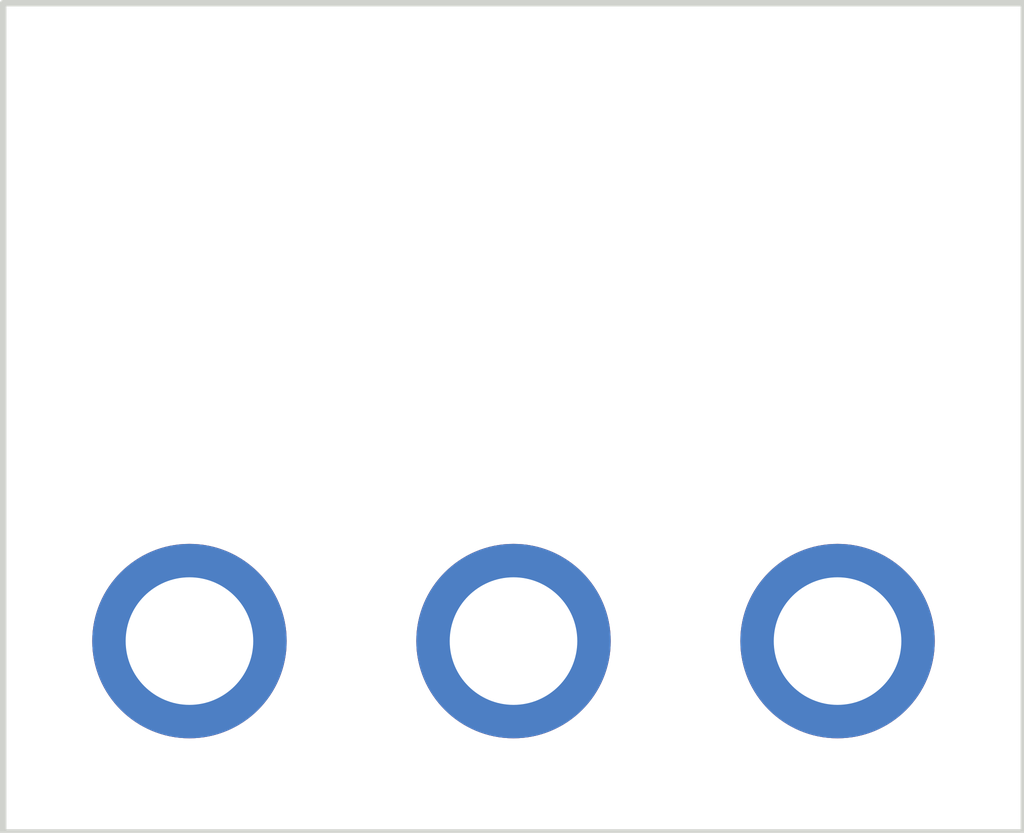
<source format=kicad_pcb>
(kicad_pcb (version 20240108) (generator "pcbnew") (generator_version "8.0")
  (layers (0 "F.Cu" signal) (1 "In1.Cu" signal) (2 "In2.Cu" signal) (31 "B.Cu" signal) (34 "B.Paste" user) (35 "F.Paste" user) (36 "B.SilkS" user "B.Silkscreen") (37 "F.SilkS" user "F.Silkscreen") (38 "B.Mask" user) (39 "F.Mask" user) (44 "Edge.Cuts" user))
  (net 0 "")
  (net 2 "/GND")
  (footprint "azonenberg_pcb:CONN_HEADER_2.54MM_1x3_REFLOW" (layer "F.Cu") (at 79 70)
    (property "Reference" "J1" (hide yes))
    (property "Value" "CONN_01X03" (hide yes))
    (pad "1" thru_hole circle (at -2.54 0) (size 1.524 1.524) (drill 1) (layers "*.Cu" "*.Mask" "F.Paste") (net 2 "/GND"))
    (pad "2" thru_hole circle (at 0 0) (size 1.524 1.524) (drill 1) (layers "*.Cu" "*.Mask" "F.Paste") (net 2 "/GND"))
    (pad "3" thru_hole circle (at 2.54 0) (size 1.524 1.524) (drill 1) (layers "*.Cu" "*.Mask" "F.Paste"))
  )
  (gr_rect (start 75 65) (end 83 71.5) (stroke (width 0.05)) (fill none) (layer "Edge.Cuts"))
)
</source>
